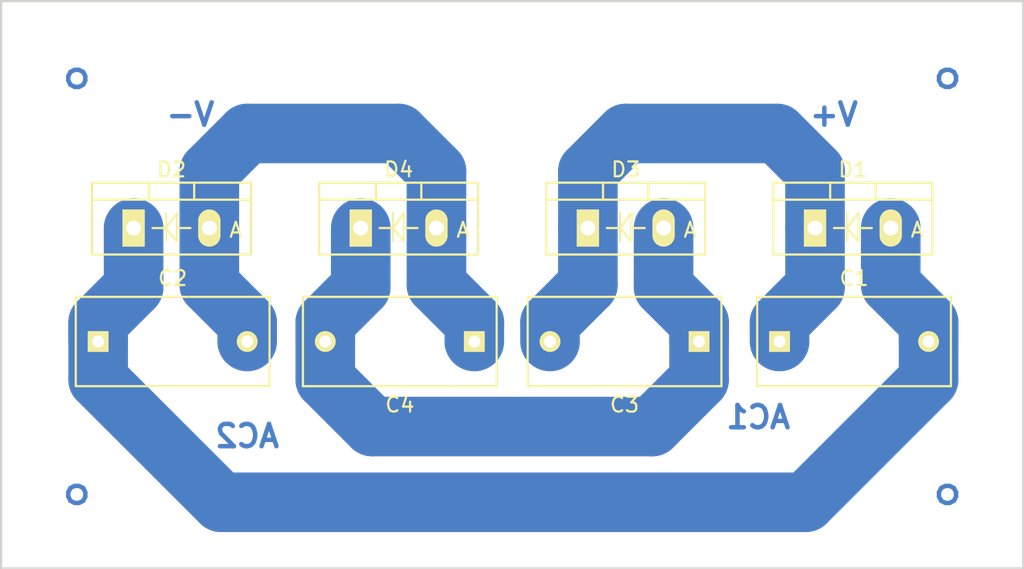
<source format=kicad_pcb>
(kicad_pcb (version 4) (host pcbnew 4.0.0-stable)

  (general
    (links 12)
    (no_connects 0)
    (area 195.504999 96.444999 264.235001 134.695001)
    (thickness 1.6)
    (drawings 12)
    (tracks 44)
    (zones 0)
    (modules 8)
    (nets 5)
  )

  (page A4)
  (layers
    (0 F.Cu signal)
    (31 B.Cu signal)
    (32 B.Adhes user)
    (33 F.Adhes user)
    (34 B.Paste user)
    (35 F.Paste user)
    (36 B.SilkS user)
    (37 F.SilkS user)
    (38 B.Mask user)
    (39 F.Mask user)
    (40 Dwgs.User user)
    (41 Cmts.User user)
    (42 Eco1.User user)
    (43 Eco2.User user)
    (44 Edge.Cuts user)
    (45 Margin user)
    (46 B.CrtYd user)
    (47 F.CrtYd user)
    (48 B.Fab user)
    (49 F.Fab user)
  )

  (setup
    (last_trace_width 4)
    (trace_clearance 0.2)
    (zone_clearance 0.508)
    (zone_45_only no)
    (trace_min 0.2)
    (segment_width 0.2)
    (edge_width 0.15)
    (via_size 4)
    (via_drill 2)
    (via_min_size 0.4)
    (via_min_drill 0.3)
    (uvia_size 2)
    (uvia_drill 1)
    (uvias_allowed no)
    (uvia_min_size 0.2)
    (uvia_min_drill 0.1)
    (pcb_text_width 0.3)
    (pcb_text_size 1.5 1.5)
    (mod_edge_width 0.15)
    (mod_text_size 1 1)
    (mod_text_width 0.15)
    (pad_size 1.524 1.524)
    (pad_drill 0.762)
    (pad_to_mask_clearance 0.2)
    (aux_axis_origin 0 0)
    (visible_elements 7FFFFFFF)
    (pcbplotparams
      (layerselection 0x00030_80000001)
      (usegerberextensions false)
      (excludeedgelayer true)
      (linewidth 0.100000)
      (plotframeref false)
      (viasonmask false)
      (mode 1)
      (useauxorigin false)
      (hpglpennumber 1)
      (hpglpenspeed 20)
      (hpglpendiameter 15)
      (hpglpenoverlay 2)
      (psnegative false)
      (psa4output false)
      (plotreference true)
      (plotvalue true)
      (plotinvisibletext false)
      (padsonsilk false)
      (subtractmaskfromsilk false)
      (outputformat 1)
      (mirror false)
      (drillshape 1)
      (scaleselection 1)
      (outputdirectory ""))
  )

  (net 0 "")
  (net 1 /Rect+)
  (net 2 /AC1)
  (net 3 /Rect-)
  (net 4 /AC2)

  (net_class Default "これは標準のネット クラスです。"
    (clearance 0.2)
    (trace_width 4)
    (via_dia 4)
    (via_drill 2)
    (uvia_dia 2)
    (uvia_drill 1)
    (add_net /AC1)
    (add_net /AC2)
    (add_net /Rect+)
    (add_net /Rect-)
  )

  (module Diodes_ThroughHole:Diode_TO-220_Vertical (layer F.Cu) (tedit 5538AE5F) (tstamp 566E311B)
    (at 250.19 111.76)
    (descr "TO-220, Diode, Vertical,")
    (tags "TO-220, Diode, Vertical,")
    (path /566E2E0F)
    (fp_text reference D1 (at 2.54762 -3.92938) (layer F.SilkS)
      (effects (font (size 1 1) (thickness 0.15)))
    )
    (fp_text value DIODE (at 2.0701 2.7051) (layer F.Fab)
      (effects (font (size 1 1) (thickness 0.15)))
    )
    (fp_text user A (at 6.858 0.127) (layer F.SilkS)
      (effects (font (size 1 1) (thickness 0.15)))
    )
    (fp_line (start 2.159 0) (end 1.27 0) (layer F.SilkS) (width 0.15))
    (fp_line (start 3.048 0) (end 3.81 0) (layer F.SilkS) (width 0.15))
    (fp_line (start 2.159 0) (end 2.921 -1.016) (layer F.SilkS) (width 0.15))
    (fp_line (start 2.921 -1.016) (end 2.921 0.889) (layer F.SilkS) (width 0.15))
    (fp_line (start 2.921 0.889) (end 2.159 0) (layer F.SilkS) (width 0.15))
    (fp_line (start 2.159 -1.016) (end 2.159 0.889) (layer F.SilkS) (width 0.15))
    (fp_line (start 1.016 -3.048) (end 1.016 -1.905) (layer F.SilkS) (width 0.15))
    (fp_line (start 4.064 -3.048) (end 4.064 -1.905) (layer F.SilkS) (width 0.15))
    (fp_line (start 7.874 -1.905) (end 7.874 1.778) (layer F.SilkS) (width 0.15))
    (fp_line (start 7.874 1.778) (end -2.794 1.778) (layer F.SilkS) (width 0.15))
    (fp_line (start -2.794 1.778) (end -2.794 -1.905) (layer F.SilkS) (width 0.15))
    (fp_line (start 7.874 -3.048) (end 7.874 -1.905) (layer F.SilkS) (width 0.15))
    (fp_line (start 7.874 -1.905) (end -2.794 -1.905) (layer F.SilkS) (width 0.15))
    (fp_line (start -2.794 -1.905) (end -2.794 -3.048) (layer F.SilkS) (width 0.15))
    (fp_line (start 2.54 -3.048) (end -2.794 -3.048) (layer F.SilkS) (width 0.15))
    (fp_line (start 2.54 -3.048) (end 7.874 -3.048) (layer F.SilkS) (width 0.15))
    (pad 1 thru_hole rect (at 0 0 90) (size 2.49936 1.50114) (drill 1.00076) (layers *.Cu *.Mask F.SilkS)
      (net 1 /Rect+))
    (pad 2 thru_hole oval (at 5.08 0 90) (size 2.49936 1.50114) (drill 1.00076) (layers *.Cu *.Mask F.SilkS)
      (net 2 /AC1))
    (model Diodes_ThroughHole.3dshapes/Diode_TO-220_Vertical.wrl
      (at (xyz 0.1 0 0))
      (scale (xyz 0.3937 0.3937 0.3937))
      (rotate (xyz 0 0 0))
    )
  )

  (module Diodes_ThroughHole:Diode_TO-220_Vertical (layer F.Cu) (tedit 5538AE5F) (tstamp 566E3121)
    (at 204.47 111.76)
    (descr "TO-220, Diode, Vertical,")
    (tags "TO-220, Diode, Vertical,")
    (path /566E2F39)
    (fp_text reference D2 (at 2.54762 -3.92938) (layer F.SilkS)
      (effects (font (size 1 1) (thickness 0.15)))
    )
    (fp_text value DIODE (at 2.0701 2.7051) (layer F.Fab)
      (effects (font (size 1 1) (thickness 0.15)))
    )
    (fp_text user A (at 6.858 0.127) (layer F.SilkS)
      (effects (font (size 1 1) (thickness 0.15)))
    )
    (fp_line (start 2.159 0) (end 1.27 0) (layer F.SilkS) (width 0.15))
    (fp_line (start 3.048 0) (end 3.81 0) (layer F.SilkS) (width 0.15))
    (fp_line (start 2.159 0) (end 2.921 -1.016) (layer F.SilkS) (width 0.15))
    (fp_line (start 2.921 -1.016) (end 2.921 0.889) (layer F.SilkS) (width 0.15))
    (fp_line (start 2.921 0.889) (end 2.159 0) (layer F.SilkS) (width 0.15))
    (fp_line (start 2.159 -1.016) (end 2.159 0.889) (layer F.SilkS) (width 0.15))
    (fp_line (start 1.016 -3.048) (end 1.016 -1.905) (layer F.SilkS) (width 0.15))
    (fp_line (start 4.064 -3.048) (end 4.064 -1.905) (layer F.SilkS) (width 0.15))
    (fp_line (start 7.874 -1.905) (end 7.874 1.778) (layer F.SilkS) (width 0.15))
    (fp_line (start 7.874 1.778) (end -2.794 1.778) (layer F.SilkS) (width 0.15))
    (fp_line (start -2.794 1.778) (end -2.794 -1.905) (layer F.SilkS) (width 0.15))
    (fp_line (start 7.874 -3.048) (end 7.874 -1.905) (layer F.SilkS) (width 0.15))
    (fp_line (start 7.874 -1.905) (end -2.794 -1.905) (layer F.SilkS) (width 0.15))
    (fp_line (start -2.794 -1.905) (end -2.794 -3.048) (layer F.SilkS) (width 0.15))
    (fp_line (start 2.54 -3.048) (end -2.794 -3.048) (layer F.SilkS) (width 0.15))
    (fp_line (start 2.54 -3.048) (end 7.874 -3.048) (layer F.SilkS) (width 0.15))
    (pad 1 thru_hole rect (at 0 0 90) (size 2.49936 1.50114) (drill 1.00076) (layers *.Cu *.Mask F.SilkS)
      (net 2 /AC1))
    (pad 2 thru_hole oval (at 5.08 0 90) (size 2.49936 1.50114) (drill 1.00076) (layers *.Cu *.Mask F.SilkS)
      (net 3 /Rect-))
    (model Diodes_ThroughHole.3dshapes/Diode_TO-220_Vertical.wrl
      (at (xyz 0.1 0 0))
      (scale (xyz 0.3937 0.3937 0.3937))
      (rotate (xyz 0 0 0))
    )
  )

  (module Diodes_ThroughHole:Diode_TO-220_Vertical (layer F.Cu) (tedit 5538AE5F) (tstamp 566E3127)
    (at 234.95 111.76)
    (descr "TO-220, Diode, Vertical,")
    (tags "TO-220, Diode, Vertical,")
    (path /566E2E8B)
    (fp_text reference D3 (at 2.54762 -3.92938) (layer F.SilkS)
      (effects (font (size 1 1) (thickness 0.15)))
    )
    (fp_text value DIODE (at 2.0701 2.7051) (layer F.Fab)
      (effects (font (size 1 1) (thickness 0.15)))
    )
    (fp_text user A (at 6.858 0.127) (layer F.SilkS)
      (effects (font (size 1 1) (thickness 0.15)))
    )
    (fp_line (start 2.159 0) (end 1.27 0) (layer F.SilkS) (width 0.15))
    (fp_line (start 3.048 0) (end 3.81 0) (layer F.SilkS) (width 0.15))
    (fp_line (start 2.159 0) (end 2.921 -1.016) (layer F.SilkS) (width 0.15))
    (fp_line (start 2.921 -1.016) (end 2.921 0.889) (layer F.SilkS) (width 0.15))
    (fp_line (start 2.921 0.889) (end 2.159 0) (layer F.SilkS) (width 0.15))
    (fp_line (start 2.159 -1.016) (end 2.159 0.889) (layer F.SilkS) (width 0.15))
    (fp_line (start 1.016 -3.048) (end 1.016 -1.905) (layer F.SilkS) (width 0.15))
    (fp_line (start 4.064 -3.048) (end 4.064 -1.905) (layer F.SilkS) (width 0.15))
    (fp_line (start 7.874 -1.905) (end 7.874 1.778) (layer F.SilkS) (width 0.15))
    (fp_line (start 7.874 1.778) (end -2.794 1.778) (layer F.SilkS) (width 0.15))
    (fp_line (start -2.794 1.778) (end -2.794 -1.905) (layer F.SilkS) (width 0.15))
    (fp_line (start 7.874 -3.048) (end 7.874 -1.905) (layer F.SilkS) (width 0.15))
    (fp_line (start 7.874 -1.905) (end -2.794 -1.905) (layer F.SilkS) (width 0.15))
    (fp_line (start -2.794 -1.905) (end -2.794 -3.048) (layer F.SilkS) (width 0.15))
    (fp_line (start 2.54 -3.048) (end -2.794 -3.048) (layer F.SilkS) (width 0.15))
    (fp_line (start 2.54 -3.048) (end 7.874 -3.048) (layer F.SilkS) (width 0.15))
    (pad 1 thru_hole rect (at 0 0 90) (size 2.49936 1.50114) (drill 1.00076) (layers *.Cu *.Mask F.SilkS)
      (net 1 /Rect+))
    (pad 2 thru_hole oval (at 5.08 0 90) (size 2.49936 1.50114) (drill 1.00076) (layers *.Cu *.Mask F.SilkS)
      (net 4 /AC2))
    (model Diodes_ThroughHole.3dshapes/Diode_TO-220_Vertical.wrl
      (at (xyz 0.1 0 0))
      (scale (xyz 0.3937 0.3937 0.3937))
      (rotate (xyz 0 0 0))
    )
  )

  (module Diodes_ThroughHole:Diode_TO-220_Vertical (layer F.Cu) (tedit 5538AE5F) (tstamp 566E312D)
    (at 219.71 111.76)
    (descr "TO-220, Diode, Vertical,")
    (tags "TO-220, Diode, Vertical,")
    (path /566E2F3F)
    (fp_text reference D4 (at 2.54762 -3.92938) (layer F.SilkS)
      (effects (font (size 1 1) (thickness 0.15)))
    )
    (fp_text value DIODE (at 2.0701 2.7051) (layer F.Fab)
      (effects (font (size 1 1) (thickness 0.15)))
    )
    (fp_text user A (at 6.858 0.127) (layer F.SilkS)
      (effects (font (size 1 1) (thickness 0.15)))
    )
    (fp_line (start 2.159 0) (end 1.27 0) (layer F.SilkS) (width 0.15))
    (fp_line (start 3.048 0) (end 3.81 0) (layer F.SilkS) (width 0.15))
    (fp_line (start 2.159 0) (end 2.921 -1.016) (layer F.SilkS) (width 0.15))
    (fp_line (start 2.921 -1.016) (end 2.921 0.889) (layer F.SilkS) (width 0.15))
    (fp_line (start 2.921 0.889) (end 2.159 0) (layer F.SilkS) (width 0.15))
    (fp_line (start 2.159 -1.016) (end 2.159 0.889) (layer F.SilkS) (width 0.15))
    (fp_line (start 1.016 -3.048) (end 1.016 -1.905) (layer F.SilkS) (width 0.15))
    (fp_line (start 4.064 -3.048) (end 4.064 -1.905) (layer F.SilkS) (width 0.15))
    (fp_line (start 7.874 -1.905) (end 7.874 1.778) (layer F.SilkS) (width 0.15))
    (fp_line (start 7.874 1.778) (end -2.794 1.778) (layer F.SilkS) (width 0.15))
    (fp_line (start -2.794 1.778) (end -2.794 -1.905) (layer F.SilkS) (width 0.15))
    (fp_line (start 7.874 -3.048) (end 7.874 -1.905) (layer F.SilkS) (width 0.15))
    (fp_line (start 7.874 -1.905) (end -2.794 -1.905) (layer F.SilkS) (width 0.15))
    (fp_line (start -2.794 -1.905) (end -2.794 -3.048) (layer F.SilkS) (width 0.15))
    (fp_line (start 2.54 -3.048) (end -2.794 -3.048) (layer F.SilkS) (width 0.15))
    (fp_line (start 2.54 -3.048) (end 7.874 -3.048) (layer F.SilkS) (width 0.15))
    (pad 1 thru_hole rect (at 0 0 90) (size 2.49936 1.50114) (drill 1.00076) (layers *.Cu *.Mask F.SilkS)
      (net 4 /AC2))
    (pad 2 thru_hole oval (at 5.08 0 90) (size 2.49936 1.50114) (drill 1.00076) (layers *.Cu *.Mask F.SilkS)
      (net 3 /Rect-))
    (model Diodes_ThroughHole.3dshapes/Diode_TO-220_Vertical.wrl
      (at (xyz 0.1 0 0))
      (scale (xyz 0.3937 0.3937 0.3937))
      (rotate (xyz 0 0 0))
    )
  )

  (module Capacitors_ThroughHole:C_Rect_L13_W6_H12_P10 (layer F.Cu) (tedit 0) (tstamp 566E3265)
    (at 247.81 119.38)
    (descr "Film Capacitor Length 13mm x Width 6mm x Height 12mm, Pitch 10mm")
    (tags "Kemet R.46 Capacitor")
    (path /566E31F4)
    (fp_text reference C1 (at 5 -4.25) (layer F.SilkS)
      (effects (font (size 1 1) (thickness 0.15)))
    )
    (fp_text value 0.1u (at 5 4.25) (layer F.Fab)
      (effects (font (size 1 1) (thickness 0.15)))
    )
    (fp_line (start -1.75 -3.25) (end 11.75 -3.25) (layer F.CrtYd) (width 0.05))
    (fp_line (start 11.75 -3.25) (end 11.75 3.25) (layer F.CrtYd) (width 0.05))
    (fp_line (start 11.75 3.25) (end -1.75 3.25) (layer F.CrtYd) (width 0.05))
    (fp_line (start -1.75 3.25) (end -1.75 -3.25) (layer F.CrtYd) (width 0.05))
    (fp_line (start -1.5 -3) (end 11.5 -3) (layer F.SilkS) (width 0.15))
    (fp_line (start 11.5 -3) (end 11.5 3) (layer F.SilkS) (width 0.15))
    (fp_line (start 11.5 3) (end -1.5 3) (layer F.SilkS) (width 0.15))
    (fp_line (start -1.5 3) (end -1.5 -3) (layer F.SilkS) (width 0.15))
    (pad 1 thru_hole rect (at 0 0) (size 1.4 1.4) (drill 0.8) (layers *.Cu *.Mask F.SilkS)
      (net 1 /Rect+))
    (pad 2 thru_hole circle (at 10 0) (size 1.4 1.4) (drill 0.8) (layers *.Cu *.Mask F.SilkS)
      (net 2 /AC1))
    (model Capacitors_ThroughHole.3dshapes/C_Rect_L13_W6_H12_P10.wrl
      (at (xyz 0.19685 0 0))
      (scale (xyz 4 4 4))
      (rotate (xyz 0 0 0))
    )
  )

  (module Capacitors_ThroughHole:C_Rect_L13_W6_H12_P10 (layer F.Cu) (tedit 0) (tstamp 566E326B)
    (at 202.09 119.38)
    (descr "Film Capacitor Length 13mm x Width 6mm x Height 12mm, Pitch 10mm")
    (tags "Kemet R.46 Capacitor")
    (path /566E32CC)
    (fp_text reference C2 (at 5 -4.25) (layer F.SilkS)
      (effects (font (size 1 1) (thickness 0.15)))
    )
    (fp_text value 0.1u (at 5 4.25) (layer F.Fab)
      (effects (font (size 1 1) (thickness 0.15)))
    )
    (fp_line (start -1.75 -3.25) (end 11.75 -3.25) (layer F.CrtYd) (width 0.05))
    (fp_line (start 11.75 -3.25) (end 11.75 3.25) (layer F.CrtYd) (width 0.05))
    (fp_line (start 11.75 3.25) (end -1.75 3.25) (layer F.CrtYd) (width 0.05))
    (fp_line (start -1.75 3.25) (end -1.75 -3.25) (layer F.CrtYd) (width 0.05))
    (fp_line (start -1.5 -3) (end 11.5 -3) (layer F.SilkS) (width 0.15))
    (fp_line (start 11.5 -3) (end 11.5 3) (layer F.SilkS) (width 0.15))
    (fp_line (start 11.5 3) (end -1.5 3) (layer F.SilkS) (width 0.15))
    (fp_line (start -1.5 3) (end -1.5 -3) (layer F.SilkS) (width 0.15))
    (pad 1 thru_hole rect (at 0 0) (size 1.4 1.4) (drill 0.8) (layers *.Cu *.Mask F.SilkS)
      (net 2 /AC1))
    (pad 2 thru_hole circle (at 10 0) (size 1.4 1.4) (drill 0.8) (layers *.Cu *.Mask F.SilkS)
      (net 3 /Rect-))
    (model Capacitors_ThroughHole.3dshapes/C_Rect_L13_W6_H12_P10.wrl
      (at (xyz 0.19685 0 0))
      (scale (xyz 4 4 4))
      (rotate (xyz 0 0 0))
    )
  )

  (module Capacitors_ThroughHole:C_Rect_L13_W6_H12_P10 (layer F.Cu) (tedit 0) (tstamp 566E3271)
    (at 242.41 119.38 180)
    (descr "Film Capacitor Length 13mm x Width 6mm x Height 12mm, Pitch 10mm")
    (tags "Kemet R.46 Capacitor")
    (path /566E324A)
    (fp_text reference C3 (at 5 -4.25 180) (layer F.SilkS)
      (effects (font (size 1 1) (thickness 0.15)))
    )
    (fp_text value 0.1u (at 5 4.25 180) (layer F.Fab)
      (effects (font (size 1 1) (thickness 0.15)))
    )
    (fp_line (start -1.75 -3.25) (end 11.75 -3.25) (layer F.CrtYd) (width 0.05))
    (fp_line (start 11.75 -3.25) (end 11.75 3.25) (layer F.CrtYd) (width 0.05))
    (fp_line (start 11.75 3.25) (end -1.75 3.25) (layer F.CrtYd) (width 0.05))
    (fp_line (start -1.75 3.25) (end -1.75 -3.25) (layer F.CrtYd) (width 0.05))
    (fp_line (start -1.5 -3) (end 11.5 -3) (layer F.SilkS) (width 0.15))
    (fp_line (start 11.5 -3) (end 11.5 3) (layer F.SilkS) (width 0.15))
    (fp_line (start 11.5 3) (end -1.5 3) (layer F.SilkS) (width 0.15))
    (fp_line (start -1.5 3) (end -1.5 -3) (layer F.SilkS) (width 0.15))
    (pad 1 thru_hole rect (at 0 0 180) (size 1.4 1.4) (drill 0.8) (layers *.Cu *.Mask F.SilkS)
      (net 4 /AC2))
    (pad 2 thru_hole circle (at 10 0 180) (size 1.4 1.4) (drill 0.8) (layers *.Cu *.Mask F.SilkS)
      (net 1 /Rect+))
    (model Capacitors_ThroughHole.3dshapes/C_Rect_L13_W6_H12_P10.wrl
      (at (xyz 0.19685 0 0))
      (scale (xyz 4 4 4))
      (rotate (xyz 0 0 0))
    )
  )

  (module Capacitors_ThroughHole:C_Rect_L13_W6_H12_P10 (layer F.Cu) (tedit 0) (tstamp 566E3277)
    (at 227.33 119.38 180)
    (descr "Film Capacitor Length 13mm x Width 6mm x Height 12mm, Pitch 10mm")
    (tags "Kemet R.46 Capacitor")
    (path /566E3309)
    (fp_text reference C4 (at 5 -4.25 180) (layer F.SilkS)
      (effects (font (size 1 1) (thickness 0.15)))
    )
    (fp_text value 0.1u (at 5 4.25 180) (layer F.Fab)
      (effects (font (size 1 1) (thickness 0.15)))
    )
    (fp_line (start -1.75 -3.25) (end 11.75 -3.25) (layer F.CrtYd) (width 0.05))
    (fp_line (start 11.75 -3.25) (end 11.75 3.25) (layer F.CrtYd) (width 0.05))
    (fp_line (start 11.75 3.25) (end -1.75 3.25) (layer F.CrtYd) (width 0.05))
    (fp_line (start -1.75 3.25) (end -1.75 -3.25) (layer F.CrtYd) (width 0.05))
    (fp_line (start -1.5 -3) (end 11.5 -3) (layer F.SilkS) (width 0.15))
    (fp_line (start 11.5 -3) (end 11.5 3) (layer F.SilkS) (width 0.15))
    (fp_line (start 11.5 3) (end -1.5 3) (layer F.SilkS) (width 0.15))
    (fp_line (start -1.5 3) (end -1.5 -3) (layer F.SilkS) (width 0.15))
    (pad 1 thru_hole rect (at 0 0 180) (size 1.4 1.4) (drill 0.8) (layers *.Cu *.Mask F.SilkS)
      (net 3 /Rect-))
    (pad 2 thru_hole circle (at 10 0 180) (size 1.4 1.4) (drill 0.8) (layers *.Cu *.Mask F.SilkS)
      (net 4 /AC2))
    (model Capacitors_ThroughHole.3dshapes/C_Rect_L13_W6_H12_P10.wrl
      (at (xyz 0.19685 0 0))
      (scale (xyz 4 4 4))
      (rotate (xyz 0 0 0))
    )
  )

  (gr_text AC2 (at 212.09 125.73) (layer B.Cu)
    (effects (font (size 1.5 1.5) (thickness 0.3)) (justify mirror))
  )
  (gr_text AC1 (at 246.38 124.46) (layer B.Cu)
    (effects (font (size 1.5 1.5) (thickness 0.3)) (justify mirror))
  )
  (gr_text V- (at 208.28 104.14) (layer B.Cu)
    (effects (font (size 1.5 1.5) (thickness 0.3)) (justify mirror))
  )
  (gr_text V+ (at 251.46 104.14) (layer B.Cu)
    (effects (font (size 1.5 1.5) (thickness 0.3)) (justify mirror))
  )
  (gr_text ○ (at 200.66 129.54) (layer B.Cu) (tstamp 566E3995)
    (effects (font (size 1.5 1.5) (thickness 0.3)) (justify mirror))
  )
  (gr_text ○ (at 259.08 129.54) (layer B.Cu) (tstamp 566E3992)
    (effects (font (size 1.5 1.5) (thickness 0.3)) (justify mirror))
  )
  (gr_text ○ (at 259.08 101.6) (layer B.Cu) (tstamp 566E3990)
    (effects (font (size 1.5 1.5) (thickness 0.3)) (justify mirror))
  )
  (gr_text ○ (at 200.66 101.6) (layer B.Cu)
    (effects (font (size 1.5 1.5) (thickness 0.3)) (justify mirror))
  )
  (gr_line (start 195.58 134.62) (end 195.58 96.52) (layer Edge.Cuts) (width 0.15))
  (gr_line (start 264.16 134.62) (end 195.58 134.62) (layer Edge.Cuts) (width 0.15))
  (gr_line (start 264.16 96.52) (end 264.16 134.62) (layer Edge.Cuts) (width 0.15))
  (gr_line (start 195.58 96.52) (end 264.16 96.52) (layer Edge.Cuts) (width 0.15))

  (segment (start 232.41 119.38) (end 232.41 118.11) (width 4) (layer B.Cu) (net 1))
  (segment (start 247.81 119.38) (end 247.81 118.11) (width 4) (layer B.Cu) (net 1))
  (segment (start 250.19 107.95) (end 250.19 111.76) (width 4) (layer B.Cu) (net 1))
  (segment (start 247.65 105.41) (end 250.19 107.95) (width 4) (layer B.Cu) (net 1))
  (segment (start 247.65 105.41) (end 237.49 105.41) (width 4) (layer B.Cu) (net 1))
  (segment (start 237.49 105.41) (end 234.95 107.95) (width 4) (layer B.Cu) (net 1))
  (segment (start 234.95 107.95) (end 234.95 111.76) (width 4) (layer B.Cu) (net 1))
  (segment (start 250.19 111.76) (end 250.19 115.73) (width 4) (layer B.Cu) (net 1))
  (segment (start 250.19 115.73) (end 247.81 118.11) (width 4) (layer B.Cu) (net 1))
  (segment (start 234.95 111.76) (end 234.95 115.57) (width 4) (layer B.Cu) (net 1))
  (segment (start 234.95 115.57) (end 232.41 118.11) (width 4) (layer B.Cu) (net 1))
  (segment (start 257.81 119.38) (end 257.81 118.11) (width 4) (layer B.Cu) (net 2))
  (segment (start 202.09 119.38) (end 202.09 118.11) (width 4) (layer B.Cu) (net 2))
  (segment (start 249.566192 130.175117) (end 257.81 121.931309) (width 4) (layer B.Cu) (net 2))
  (segment (start 202.09 118.11) (end 202.09 121.929301) (width 4) (layer B.Cu) (net 2))
  (segment (start 202.09 121.929301) (end 210.335816 130.175117) (width 4) (layer B.Cu) (net 2))
  (segment (start 210.335816 130.175117) (end 249.566192 130.175117) (width 4) (layer B.Cu) (net 2))
  (segment (start 257.81 121.931309) (end 257.81 118.11) (width 4) (layer B.Cu) (net 2))
  (segment (start 204.47 111.76) (end 204.47 115.73) (width 4) (layer B.Cu) (net 2))
  (segment (start 204.47 115.73) (end 202.09 118.11) (width 4) (layer B.Cu) (net 2))
  (segment (start 255.27 111.76) (end 255.27 115.57) (width 4) (layer B.Cu) (net 2))
  (segment (start 255.27 115.57) (end 257.81 118.11) (width 4) (layer B.Cu) (net 2))
  (segment (start 212.09 119.38) (end 212.09 118.11) (width 4) (layer B.Cu) (net 3))
  (segment (start 227.33 119.38) (end 227.33 118.11) (width 4) (layer B.Cu) (net 3))
  (segment (start 209.55 111.76) (end 209.55 107.95) (width 4) (layer B.Cu) (net 3))
  (segment (start 209.55 107.95) (end 212.09 105.41) (width 4) (layer B.Cu) (net 3))
  (segment (start 224.79 107.95) (end 224.79 111.76) (width 4) (layer B.Cu) (net 3))
  (segment (start 212.09 105.41) (end 222.25 105.41) (width 4) (layer B.Cu) (net 3))
  (segment (start 222.25 105.41) (end 224.79 107.95) (width 4) (layer B.Cu) (net 3))
  (segment (start 209.55 111.76) (end 209.55 115.57) (width 4) (layer B.Cu) (net 3))
  (segment (start 209.55 115.57) (end 212.09 118.11) (width 4) (layer B.Cu) (net 3))
  (segment (start 224.79 111.76) (end 224.79 115.57) (width 4) (layer B.Cu) (net 3))
  (segment (start 224.79 115.57) (end 227.33 118.11) (width 4) (layer B.Cu) (net 3))
  (segment (start 242.41 119.38) (end 242.41 118.11) (width 4) (layer B.Cu) (net 4))
  (segment (start 217.33 119.38) (end 217.33 118.11) (width 4) (layer B.Cu) (net 4))
  (segment (start 217.33 118.11) (end 217.33 121.938349) (width 4) (layer B.Cu) (net 4))
  (segment (start 217.33 121.938349) (end 220.482383 125.090732) (width 4) (layer B.Cu) (net 4))
  (segment (start 220.482383 125.090732) (end 239.260719 125.090732) (width 4) (layer B.Cu) (net 4))
  (segment (start 242.41 121.941451) (end 242.41 118.11) (width 4) (layer B.Cu) (net 4))
  (segment (start 239.260719 125.090732) (end 242.41 121.941451) (width 4) (layer B.Cu) (net 4))
  (segment (start 240.03 111.76) (end 240.03 115.73) (width 4) (layer B.Cu) (net 4))
  (segment (start 240.03 115.73) (end 242.41 118.11) (width 4) (layer B.Cu) (net 4))
  (segment (start 219.71 111.76) (end 219.71 115.73) (width 4) (layer B.Cu) (net 4))
  (segment (start 219.71 115.73) (end 217.33 118.11) (width 4) (layer B.Cu) (net 4))

)

</source>
